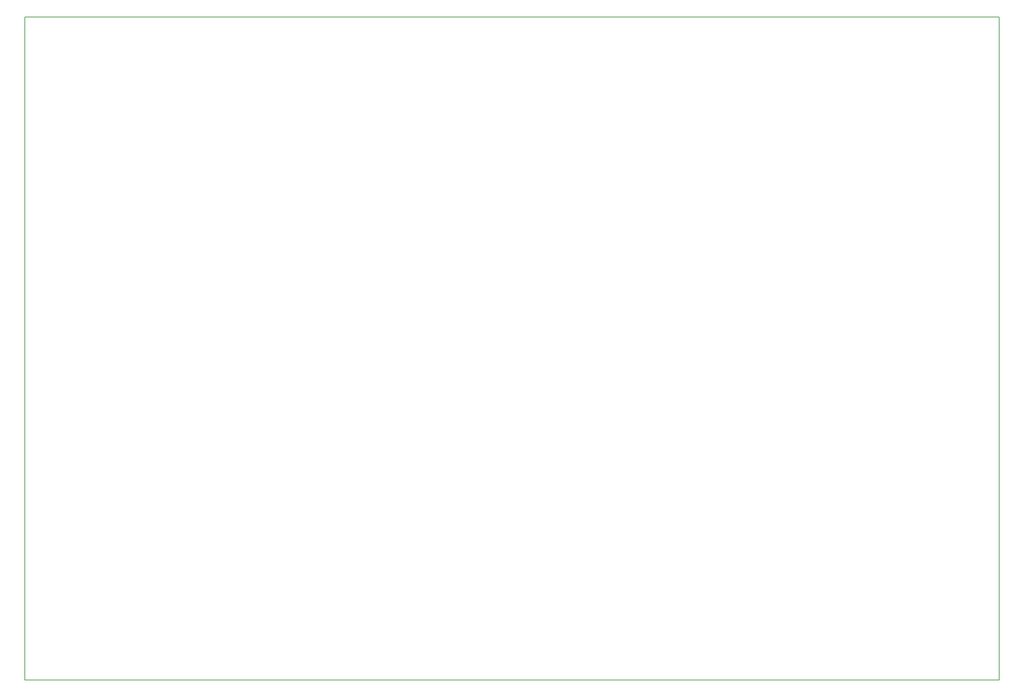
<source format=gbr>
G04 #@! TF.GenerationSoftware,KiCad,Pcbnew,5.0.0*
G04 #@! TF.CreationDate,2018-09-09T20:10:08-07:00*
G04 #@! TF.ProjectId,SchematicAutomation,536368656D617469634175746F6D6174,rev?*
G04 #@! TF.SameCoordinates,Original*
G04 #@! TF.FileFunction,Profile,NP*
%FSLAX45Y45*%
G04 Gerber Fmt 4.5, Leading zero omitted, Abs format (unit mm)*
G04 Created by KiCad (PCBNEW 5.0.0) date Sun Sep  9 20:10:08 2018*
%MOMM*%
%LPD*%
G01*
G04 APERTURE LIST*
%ADD10C,0.200000*%
G04 APERTURE END LIST*
D10*
X27940000Y-1778000D02*
X3683000Y-1778000D01*
X27940000Y-18288000D02*
X27940000Y-1778000D01*
X3683000Y-18288000D02*
X27940000Y-18288000D01*
X3683000Y-1778000D02*
X3683000Y-18288000D01*
M02*

</source>
